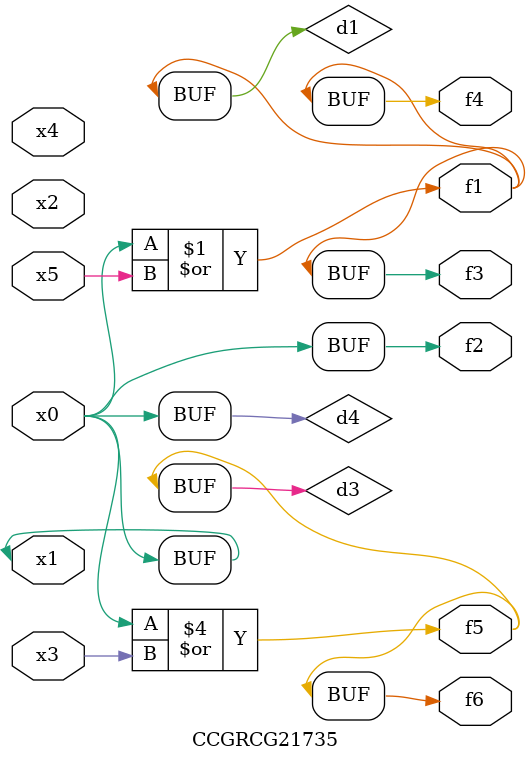
<source format=v>
module CCGRCG21735(
	input x0, x1, x2, x3, x4, x5,
	output f1, f2, f3, f4, f5, f6
);

	wire d1, d2, d3, d4;

	or (d1, x0, x5);
	xnor (d2, x1, x4);
	or (d3, x0, x3);
	buf (d4, x0, x1);
	assign f1 = d1;
	assign f2 = d4;
	assign f3 = d1;
	assign f4 = d1;
	assign f5 = d3;
	assign f6 = d3;
endmodule

</source>
